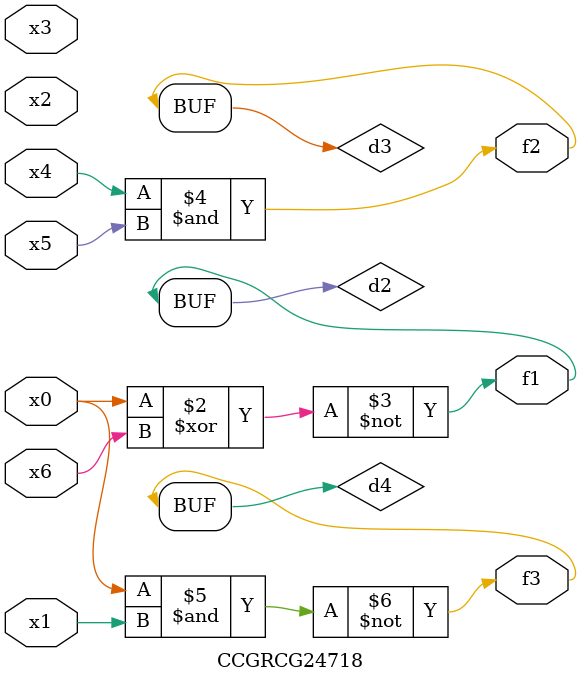
<source format=v>
module CCGRCG24718(
	input x0, x1, x2, x3, x4, x5, x6,
	output f1, f2, f3
);

	wire d1, d2, d3, d4;

	nor (d1, x0);
	xnor (d2, x0, x6);
	and (d3, x4, x5);
	nand (d4, x0, x1);
	assign f1 = d2;
	assign f2 = d3;
	assign f3 = d4;
endmodule

</source>
